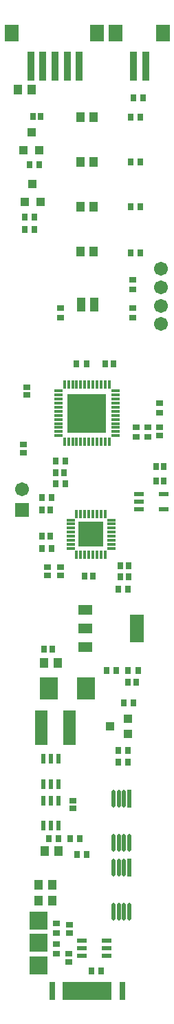
<source format=gts>
%FSLAX25Y25*%
%MOIN*%
G70*
G01*
G75*
G04 Layer_Color=8388736*
%ADD10R,0.00984X0.03150*%
%ADD11R,0.03150X0.00984*%
%ADD12R,0.17716X0.17716*%
%ADD13R,0.07874X0.07874*%
%ADD14R,0.02362X0.02756*%
%ADD15R,0.02756X0.02362*%
%ADD16R,0.03150X0.03937*%
%ADD17R,0.02559X0.02165*%
%ADD18R,0.02165X0.02559*%
%ADD19R,0.03543X0.03150*%
%ADD20R,0.03543X0.03150*%
%ADD21R,0.01575X0.03937*%
%ADD22O,0.01181X0.07874*%
%ADD23R,0.01181X0.07874*%
%ADD24R,0.03937X0.01575*%
%ADD25R,0.02362X0.07874*%
%ADD26R,0.01063X0.07874*%
%ADD27R,0.05906X0.12992*%
%ADD28R,0.05906X0.03937*%
%ADD29R,0.03150X0.02559*%
%ADD30R,0.05118X0.15748*%
%ADD31C,0.05906*%
%ADD32R,0.03150X0.03543*%
%ADD33R,0.03150X0.03543*%
%ADD34R,0.06299X0.07480*%
%ADD35R,0.02756X0.13386*%
%ADD36R,0.07874X0.10000*%
%ADD37R,0.11417X0.11417*%
%ADD38C,0.00787*%
%ADD39C,0.01575*%
%ADD40C,0.02362*%
%ADD41C,0.01000*%
%ADD42C,0.01181*%
%ADD43R,0.05906X0.05906*%
%ADD44C,0.01969*%
%ADD45C,0.03150*%
%ADD46C,0.02756*%
%ADD47C,0.00984*%
%ADD48C,0.00500*%
%ADD49C,0.00591*%
%ADD50C,0.00394*%
%ADD51C,0.00709*%
%ADD52C,0.00197*%
%ADD53C,0.01200*%
%ADD54R,0.01784X0.03950*%
%ADD55R,0.03950X0.01784*%
%ADD56R,0.18517X0.18517*%
%ADD57R,0.08674X0.08674*%
%ADD58R,0.03162X0.03556*%
%ADD59R,0.03556X0.03162*%
%ADD60R,0.03950X0.04737*%
%ADD61R,0.03359X0.02965*%
%ADD62R,0.02965X0.03359*%
%ADD63R,0.04343X0.03950*%
%ADD64R,0.04343X0.03950*%
%ADD65R,0.02375X0.04737*%
%ADD66O,0.01981X0.08674*%
%ADD67R,0.01981X0.08674*%
%ADD68R,0.04737X0.02375*%
%ADD69R,0.03162X0.08674*%
%ADD70R,0.01863X0.08674*%
%ADD71R,0.06706X0.13792*%
%ADD72R,0.06706X0.04737*%
%ADD73R,0.03950X0.03359*%
%ADD74R,0.05918X0.16548*%
%ADD75C,0.06706*%
%ADD76R,0.03950X0.04343*%
%ADD77R,0.03950X0.04343*%
%ADD78R,0.07099X0.08280*%
%ADD79R,0.03556X0.14186*%
%ADD80R,0.08674X0.10800*%
%ADD81R,0.12217X0.12217*%
%ADD82R,0.06706X0.06706*%
D54*
X36287Y-178278D02*
D03*
X52035D02*
D03*
X50067D02*
D03*
X48098D02*
D03*
X46130D02*
D03*
X44161D02*
D03*
X42193D02*
D03*
X40224D02*
D03*
X38256D02*
D03*
X34319D02*
D03*
X32350D02*
D03*
X30382D02*
D03*
Y-205837D02*
D03*
X32350D02*
D03*
X34319D02*
D03*
X36287D02*
D03*
X38256D02*
D03*
X40224D02*
D03*
X42193D02*
D03*
X44161D02*
D03*
X46130D02*
D03*
X48098D02*
D03*
X50067D02*
D03*
X52035D02*
D03*
X50040Y-240718D02*
D03*
X48071D02*
D03*
X46103D02*
D03*
X44134D02*
D03*
X42166D02*
D03*
X40197D02*
D03*
X38229D02*
D03*
X36260D02*
D03*
Y-260402D02*
D03*
X38229D02*
D03*
X40197D02*
D03*
X42166D02*
D03*
X44134D02*
D03*
X46103D02*
D03*
X48071D02*
D03*
X50040D02*
D03*
D55*
X27429Y-181230D02*
D03*
Y-183199D02*
D03*
Y-185168D02*
D03*
Y-187136D02*
D03*
Y-189104D02*
D03*
Y-191073D02*
D03*
Y-193042D02*
D03*
Y-195010D02*
D03*
Y-196978D02*
D03*
Y-198947D02*
D03*
Y-200916D02*
D03*
Y-202884D02*
D03*
X54988D02*
D03*
Y-200916D02*
D03*
Y-198947D02*
D03*
Y-196978D02*
D03*
Y-195010D02*
D03*
Y-193042D02*
D03*
Y-191073D02*
D03*
Y-189104D02*
D03*
Y-187136D02*
D03*
Y-185168D02*
D03*
Y-183199D02*
D03*
Y-181230D02*
D03*
X33307Y-243670D02*
D03*
Y-245639D02*
D03*
Y-247607D02*
D03*
Y-249576D02*
D03*
Y-251544D02*
D03*
Y-253513D02*
D03*
Y-255481D02*
D03*
Y-257450D02*
D03*
X52992D02*
D03*
Y-255481D02*
D03*
Y-253513D02*
D03*
Y-251544D02*
D03*
Y-249576D02*
D03*
Y-247607D02*
D03*
Y-245639D02*
D03*
Y-243670D02*
D03*
D56*
X41209Y-192057D02*
D03*
D57*
X17890Y-459035D02*
D03*
Y-448247D02*
D03*
Y-437460D02*
D03*
D58*
X30809Y-215020D02*
D03*
X26085D02*
D03*
X61260Y-316310D02*
D03*
X65984D02*
D03*
X50878D02*
D03*
X55602D02*
D03*
X63768Y-39450D02*
D03*
X68492D02*
D03*
X30809Y-226273D02*
D03*
X26085D02*
D03*
X62348Y-48890D02*
D03*
X67072D02*
D03*
X62348Y-70460D02*
D03*
X67072D02*
D03*
X62348Y-92070D02*
D03*
X67072D02*
D03*
X62348Y-114340D02*
D03*
X67072D02*
D03*
X48062Y-461730D02*
D03*
X43338D02*
D03*
X56468Y-360710D02*
D03*
X61192D02*
D03*
X22768Y-397720D02*
D03*
X27492D02*
D03*
X56378Y-355020D02*
D03*
X61102D02*
D03*
X33008Y-397730D02*
D03*
X37732D02*
D03*
X41052Y-405500D02*
D03*
X36328D02*
D03*
X58958Y-332130D02*
D03*
X63682D02*
D03*
X15894Y-103000D02*
D03*
X11170D02*
D03*
X13318Y-71650D02*
D03*
X18042D02*
D03*
X15894Y-97050D02*
D03*
X11170D02*
D03*
X36278Y-168050D02*
D03*
X41002D02*
D03*
X24112Y-232660D02*
D03*
X19388D02*
D03*
X24122Y-257440D02*
D03*
X19398D02*
D03*
X56518Y-277000D02*
D03*
X61242D02*
D03*
D59*
X28350Y-145912D02*
D03*
Y-141188D02*
D03*
X63550Y-145792D02*
D03*
Y-141068D02*
D03*
Y-127488D02*
D03*
Y-132212D02*
D03*
X26600Y-453502D02*
D03*
Y-448778D02*
D03*
Y-443504D02*
D03*
Y-438780D02*
D03*
X76610Y-191882D02*
D03*
Y-187158D02*
D03*
X70820Y-198888D02*
D03*
Y-203612D02*
D03*
X65280Y-198878D02*
D03*
Y-203602D02*
D03*
D60*
X24556Y-427740D02*
D03*
X17864D02*
D03*
X20513Y-312866D02*
D03*
X27206D02*
D03*
X27477Y-403930D02*
D03*
X20784D02*
D03*
X38137Y-113903D02*
D03*
X44436D02*
D03*
X38137Y-92073D02*
D03*
X44436D02*
D03*
X38127Y-70423D02*
D03*
X44426D02*
D03*
X38137Y-48833D02*
D03*
X44436D02*
D03*
X24476Y-420130D02*
D03*
X17784D02*
D03*
X7664Y-35630D02*
D03*
X14356D02*
D03*
D61*
X34440Y-379343D02*
D03*
Y-383280D02*
D03*
X32650Y-439533D02*
D03*
Y-443470D02*
D03*
X32450Y-457457D02*
D03*
Y-453520D02*
D03*
X12010Y-183260D02*
D03*
Y-179323D02*
D03*
X10470Y-207100D02*
D03*
Y-211037D02*
D03*
X76610Y-198940D02*
D03*
Y-202877D02*
D03*
X22160Y-266510D02*
D03*
Y-270447D02*
D03*
X28420Y-266530D02*
D03*
Y-270467D02*
D03*
D62*
X26061Y-220670D02*
D03*
X29998D02*
D03*
X65197Y-322240D02*
D03*
X61260D02*
D03*
X20503Y-306266D02*
D03*
X24440D02*
D03*
X18947Y-48560D02*
D03*
X15010D02*
D03*
X78570Y-217890D02*
D03*
X74633D02*
D03*
X78569Y-224835D02*
D03*
X74632D02*
D03*
X50060Y-168005D02*
D03*
X53997D02*
D03*
X40190Y-270810D02*
D03*
X44127D02*
D03*
X23340Y-238890D02*
D03*
X19403D02*
D03*
X23340Y-251550D02*
D03*
X19403D02*
D03*
X57360Y-271290D02*
D03*
X61297D02*
D03*
X57360Y-265810D02*
D03*
X61297D02*
D03*
D63*
X14310Y-56150D02*
D03*
X10570Y-64811D02*
D03*
X14910Y-81250D02*
D03*
X11170Y-89911D02*
D03*
D64*
X18050Y-64811D02*
D03*
X18650Y-89911D02*
D03*
D65*
X27520Y-359158D02*
D03*
X20040D02*
D03*
X23780D02*
D03*
Y-371362D02*
D03*
X20040D02*
D03*
X27520D02*
D03*
X20040Y-391542D02*
D03*
X27520D02*
D03*
X23780D02*
D03*
Y-379338D02*
D03*
X27520D02*
D03*
X20040D02*
D03*
D66*
X54136Y-399676D02*
D03*
X56695D02*
D03*
X59254D02*
D03*
X61813D02*
D03*
X54136Y-378416D02*
D03*
X56695D02*
D03*
X59254D02*
D03*
X54136Y-433216D02*
D03*
X56695D02*
D03*
X59254D02*
D03*
X61813D02*
D03*
X54136Y-411956D02*
D03*
X56695D02*
D03*
X59254D02*
D03*
D67*
X61813Y-378416D02*
D03*
Y-411956D02*
D03*
D68*
X50922Y-454520D02*
D03*
Y-447040D02*
D03*
Y-450780D02*
D03*
X38718D02*
D03*
Y-447040D02*
D03*
Y-454520D02*
D03*
X78562Y-231080D02*
D03*
Y-238560D02*
D03*
X66358Y-234820D02*
D03*
Y-238560D02*
D03*
Y-231080D02*
D03*
D69*
X58438Y-471340D02*
D03*
X24422D02*
D03*
D70*
X52257D02*
D03*
X50288D02*
D03*
X48320D02*
D03*
X46351D02*
D03*
X44383D02*
D03*
X40446D02*
D03*
X38477D02*
D03*
X36509D02*
D03*
X34540D02*
D03*
X32572D02*
D03*
X30603D02*
D03*
X42414D02*
D03*
D71*
X65342Y-296080D02*
D03*
D72*
X40538Y-305135D02*
D03*
Y-296080D02*
D03*
Y-287025D02*
D03*
D73*
X44859Y-137733D02*
D03*
X38560D02*
D03*
X44859Y-141080D02*
D03*
X38560D02*
D03*
D74*
X19259Y-344223D02*
D03*
X32644D02*
D03*
D75*
X77030Y-140120D02*
D03*
Y-122290D02*
D03*
Y-131070D02*
D03*
Y-148830D02*
D03*
X9820Y-228870D02*
D03*
D76*
X52530Y-343550D02*
D03*
X61191Y-347290D02*
D03*
D77*
Y-339810D02*
D03*
D78*
X78067Y-8120D02*
D03*
X55272D02*
D03*
X46183Y-8049D02*
D03*
X4687D02*
D03*
D79*
X69642Y-24098D02*
D03*
X63736D02*
D03*
X13978Y-24027D02*
D03*
X19884D02*
D03*
X25789D02*
D03*
X31695D02*
D03*
X37600D02*
D03*
D80*
X40660Y-325270D02*
D03*
X22943D02*
D03*
D81*
X43150Y-250560D02*
D03*
D82*
X9820Y-238870D02*
D03*
M02*

</source>
